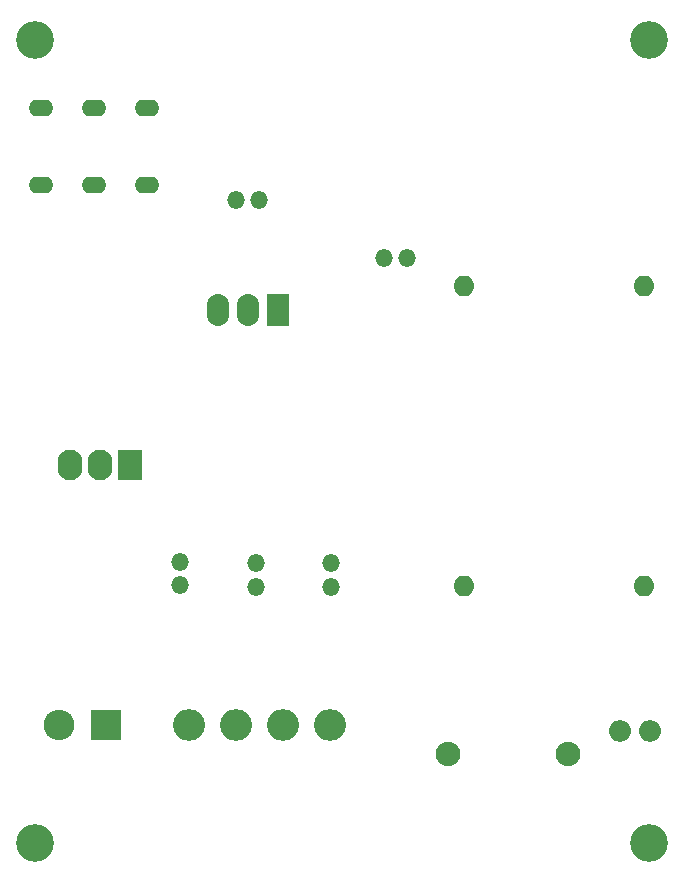
<source format=gbr>
%TF.GenerationSoftware,KiCad,Pcbnew,8.0.4*%
%TF.CreationDate,2024-09-20T16:59:46-04:00*%
%TF.ProjectId,micropsu,6d696372-6f70-4737-952e-6b696361645f,rev?*%
%TF.SameCoordinates,Original*%
%TF.FileFunction,Soldermask,Bot*%
%TF.FilePolarity,Negative*%
%FSLAX46Y46*%
G04 Gerber Fmt 4.6, Leading zero omitted, Abs format (unit mm)*
G04 Created by KiCad (PCBNEW 8.0.4) date 2024-09-20 16:59:46*
%MOMM*%
%LPD*%
G01*
G04 APERTURE LIST*
G04 Aperture macros list*
%AMRoundRect*
0 Rectangle with rounded corners*
0 $1 Rounding radius*
0 $2 $3 $4 $5 $6 $7 $8 $9 X,Y pos of 4 corners*
0 Add a 4 corners polygon primitive as box body*
4,1,4,$2,$3,$4,$5,$6,$7,$8,$9,$2,$3,0*
0 Add four circle primitives for the rounded corners*
1,1,$1+$1,$2,$3*
1,1,$1+$1,$4,$5*
1,1,$1+$1,$6,$7*
1,1,$1+$1,$8,$9*
0 Add four rect primitives between the rounded corners*
20,1,$1+$1,$2,$3,$4,$5,0*
20,1,$1+$1,$4,$5,$6,$7,0*
20,1,$1+$1,$6,$7,$8,$9,0*
20,1,$1+$1,$8,$9,$2,$3,0*%
G04 Aperture macros list end*
%ADD10C,3.200000*%
%ADD11O,1.503200X1.503200*%
%ADD12RoundRect,0.050800X1.250000X1.250000X-1.250000X1.250000X-1.250000X-1.250000X1.250000X-1.250000X0*%
%ADD13O,2.601600X2.601600*%
%ADD14O,2.082800X2.082800*%
%ADD15RoundRect,0.050800X0.900000X1.300000X-0.900000X1.300000X-0.900000X-1.300000X0.900000X-1.300000X0*%
%ADD16O,1.901600X2.701600*%
%ADD17O,1.854200X1.854200*%
%ADD18O,2.703200X2.703200*%
%ADD19O,2.100000X1.400000*%
%ADD20O,1.778000X1.778000*%
%ADD21RoundRect,0.050800X1.000000X1.250000X-1.000000X1.250000X-1.000000X-1.250000X1.000000X-1.250000X0*%
%ADD22O,2.101600X2.601600*%
G04 APERTURE END LIST*
D10*
%TO.C,*%
X147000000Y-148000000D03*
%TD*%
%TO.C,*%
X95000000Y-148000000D03*
%TD*%
%TO.C,*%
X147000000Y-80000000D03*
%TD*%
D11*
%TO.C,+12OUTPUT*%
X113724700Y-126287650D03*
X113724700Y-124287650D03*
%TD*%
D12*
%TO.C,U1*%
X100979900Y-138000000D03*
D13*
X97020100Y-138000000D03*
%TD*%
D11*
%TO.C,+5INPUT*%
X126500000Y-98500000D03*
X124500000Y-98500000D03*
%TD*%
%TO.C,-5OUTPUT*%
X107247700Y-124160650D03*
X107247700Y-126160650D03*
%TD*%
D14*
%TO.C,R1*%
X129920000Y-140500000D03*
X140080000Y-140500000D03*
%TD*%
D15*
%TO.C,P78E12-1000*%
X115527200Y-102869900D03*
D16*
X112987200Y-102869900D03*
X110447000Y-102859900D03*
%TD*%
D11*
%TO.C,-5INPUT*%
X113987000Y-93594000D03*
X111987000Y-93594000D03*
%TD*%
D17*
%TO.C,LED1*%
X144500000Y-138500000D03*
X147040000Y-138500000D03*
%TD*%
D18*
%TO.C,Output*%
X108040200Y-137987650D03*
X112000100Y-137987650D03*
X115959900Y-137987650D03*
X119919800Y-137987650D03*
%TD*%
D19*
%TO.C,SW1*%
X104500100Y-85750100D03*
X100000000Y-85750100D03*
X95500100Y-85750100D03*
X95500100Y-92250200D03*
X100000000Y-92250200D03*
X104500100Y-92250200D03*
%TD*%
D20*
%TO.C,U3*%
X146515000Y-100833000D03*
X131275000Y-100833000D03*
X146515000Y-126233000D03*
X131275000Y-126233000D03*
%TD*%
D21*
%TO.C,Q1*%
X103040000Y-116000000D03*
D22*
X100500000Y-116000000D03*
X97960000Y-116000000D03*
%TD*%
D11*
%TO.C,+5OUTPUT*%
X120074700Y-126287650D03*
X120074700Y-124287650D03*
%TD*%
D10*
%TO.C,REF\u002A\u002A*%
X95000000Y-80000000D03*
%TD*%
M02*

</source>
